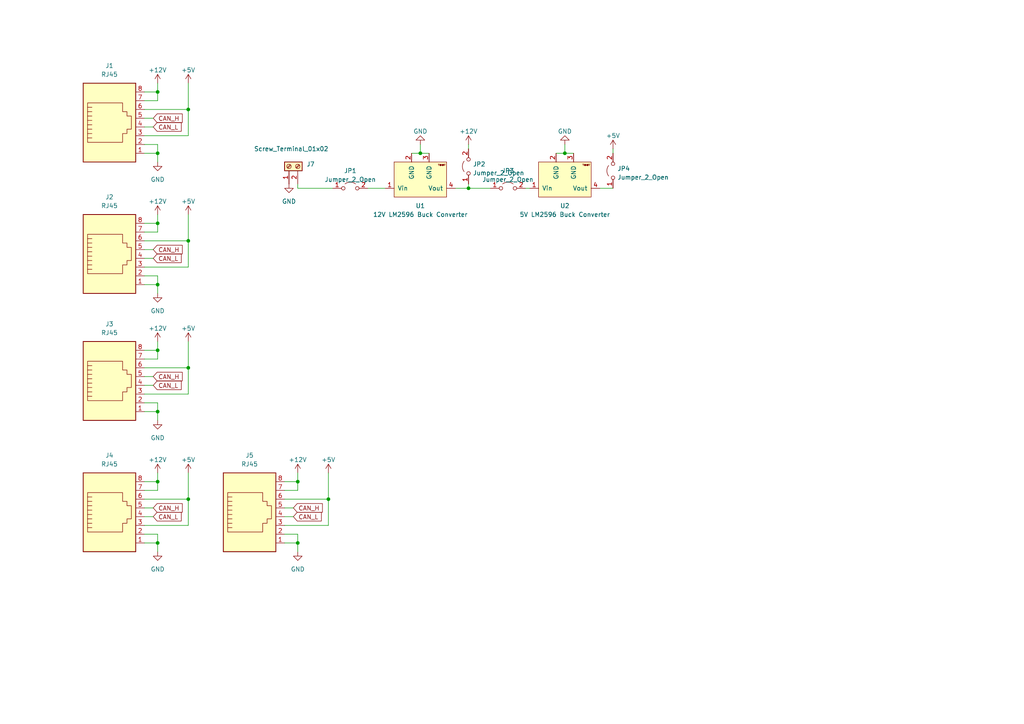
<source format=kicad_sch>
(kicad_sch (version 20230121) (generator eeschema)
  (paper "A4")
  (lib_symbols
    (symbol "Connector:RJ45" (pin_names (offset 1.016))
      (property "Reference" "J" (at -5.08 13.97 0))
      (property "Value" "RJ45" (at 2.54 13.97 0))
      (symbol "RJ45_0_1"
        (polyline (pts (xy -5.08 4.445) (xy -6.35 4.445)))
        (polyline (pts (xy -5.08 5.715) (xy -6.35 5.715)))
        (polyline (pts (xy -6.35 -3.175) (xy -5.08 -3.175) (xy -5.08 -3.175)))
        (polyline (pts (xy -6.35 -1.905) (xy -5.08 -1.905) (xy -5.08 -1.905)))
        (polyline (pts (xy -6.35 -0.635) (xy -5.08 -0.635) (xy -5.08 -0.635)))
        (polyline (pts (xy -6.35 0.635) (xy -5.08 0.635) (xy -5.08 0.635)))
        (polyline (pts (xy -6.35 1.905) (xy -5.08 1.905) (xy -5.08 1.905)))
        (polyline (pts (xy -5.08 3.175) (xy -6.35 3.175) (xy -6.35 3.175)))
        (polyline (pts (xy -6.35 -4.445) (xy -6.35 6.985) (xy 3.81 6.985) (xy 3.81 4.445) (xy 5.08 4.445) (xy 5.08 3.175) (xy 6.35 3.175) (xy 6.35 -0.635) (xy 5.08 -0.635) (xy 5.08 -1.905) (xy 3.81 -1.905) (xy 3.81 -4.445) (xy -6.35 -4.445) (xy -6.35 -4.445)))
        (rectangle (start 7.62 12.7) (end -7.62 -10.16) (stroke (width 0.254)) (fill (type background)))
      )
      (symbol "RJ45_1_1"
        (pin passive line (at 10.16 -7.62 180) (length 2.54) (name "~") (number "1"))
        (pin passive line (at 10.16 -5.08 180) (length 2.54) (name "~") (number "2"))
        (pin passive line (at 10.16 -2.54 180) (length 2.54) (name "~") (number "3"))
        (pin passive line (at 10.16 0 180) (length 2.54) (name "~") (number "4"))
        (pin passive line (at 10.16 2.54 180) (length 2.54) (name "~") (number "5"))
        (pin passive line (at 10.16 5.08 180) (length 2.54) (name "~") (number "6"))
        (pin passive line (at 10.16 7.62 180) (length 2.54) (name "~") (number "7"))
        (pin passive line (at 10.16 10.16 180) (length 2.54) (name "~") (number "8"))
      )
    )
    (symbol "Connector:Screw_Terminal_01x02" (pin_names (offset 1.016) hide)
      (property "Reference" "J" (at 0 2.54 0))
      (property "Value" "Screw_Terminal_01x02" (at 0 -5.08 0))
      (symbol "Screw_Terminal_01x02_1_1"
        (rectangle (start -1.27 1.27) (end 1.27 -3.81) (stroke (width 0.254)) (fill (type background)))
        (circle (center 0 -2.54) (radius 0.635) (stroke (width 0.1524)))
        (polyline (pts (xy -0.5334 -2.2098) (xy 0.3302 -3.048)) (stroke (width 0.1524)))
        (polyline (pts (xy -0.5334 0.3302) (xy 0.3302 -0.508)) (stroke (width 0.1524)))
        (polyline (pts (xy -0.3556 -2.032) (xy 0.508 -2.8702)) (stroke (width 0.1524)))
        (polyline (pts (xy -0.3556 0.508) (xy 0.508 -0.3302)) (stroke (width 0.1524)))
        (circle (center 0 0) (radius 0.635) (stroke (width 0.1524)))
        (pin passive line (at -5.08 0 0) (length 3.81) (name "Pin_1") (number "1"))
        (pin passive line (at -5.08 -2.54 0) (length 3.81) (name "Pin_2") (number "2"))
      )
    )
    (symbol "GND_1" (power) (pin_names (offset 0))
      (property "Value" "GND_1" (at 0 -3.81 0))
      (symbol "GND_1_0_1"
        (polyline (pts (xy 0 0) (xy 0 -1.27) (xy 1.27 -1.27) (xy 0 -2.54) (xy -1.27 -1.27) (xy 0 -1.27)))
      )
      (symbol "GND_1_1_1"
        (pin power_in line (at 0 0 270) (length 0) hide (name "GND") (number "1"))
      )
    )
    (symbol "Jumper:Jumper_2_Open" (pin_names (offset 0) hide)
      (property "Reference" "JP" (at 0 2.794 0))
      (property "Value" "Jumper_2_Open" (at 0 -2.286 0))
      (symbol "Jumper_2_Open_0_0"
        (circle (center -2.032 0) (radius 0.508))
        (circle (center 2.032 0) (radius 0.508))
      )
      (symbol "Jumper_2_Open_0_1"
        (arc (start 1.524 1.27) (mid 0 1.778) (end -1.524 1.27))
      )
      (symbol "Jumper_2_Open_1_1"
        (pin passive line (at -5.08 0 0) (length 2.54) (name "A") (number "1"))
        (pin passive line (at 5.08 0 180) (length 2.54) (name "B") (number "2"))
      )
    )
    (symbol "RaceTrackr:LM2596 Buck Converter" (pin_names (offset 1.016))
      (property "Reference" "U" (at -5.08 6.35 0))
      (property "Value" "LM2596 Buck Converter" (at 0 11.43 0))
      (symbol "LM2596 Buck Converter_0_1"
        (rectangle (start -7.62 5.08) (end 7.62 -5.08) (fill (type background)))
      )
      (symbol "LM2596 Buck Converter_1_1"
        (text "Y@@V" (at 6.1976 -4.2672 0) (effects (font (size 0.508 0.508))))
        (pin power_in line (at -10.16 2.54 0) (length 2.54) (name "Vin") (number "1"))
        (pin power_in line (at -2.54 -7.62 90) (length 2.54) (name "GND") (number "2"))
        (pin power_in line (at 2.54 -7.62 90) (length 2.54) (name "GND") (number "3"))
        (pin power_out line (at 10.16 2.54 180) (length 2.54) (name "Vout") (number "4"))
      )
    )
    (symbol "power:+12V" (power) (pin_names (offset 0))
      (property "Value" "+12V" (at 0 3.556 0))
      (symbol "+12V_0_1"
        (polyline (pts (xy -0.762 1.27) (xy 0 2.54)))
        (polyline (pts (xy 0 0) (xy 0 2.54)))
        (polyline (pts (xy 0 2.54) (xy 0.762 1.27)))
      )
      (symbol "+12V_1_1"
        (pin power_in line (at 0 0 90) (length 0) hide (name "+12V") (number "1"))
      )
    )
    (symbol "power:+5V" (power) (pin_names (offset 0))
      (property "Value" "+5V" (at 0 3.556 0))
      (symbol "+5V_0_1"
        (polyline (pts (xy -0.762 1.27) (xy 0 2.54)))
        (polyline (pts (xy 0 0) (xy 0 2.54)))
        (polyline (pts (xy 0 2.54) (xy 0.762 1.27)))
      )
      (symbol "+5V_1_1"
        (pin power_in line (at 0 0 90) (length 0) hide (name "+5V") (number "1"))
      )
    )
    (symbol "power:GND" (power) (pin_names (offset 0))
      (property "Value" "GND" (at 0 -3.81 0))
      (symbol "GND_0_1"
        (polyline (pts (xy 0 0) (xy 0 -1.27) (xy 1.27 -1.27) (xy 0 -2.54) (xy -1.27 -1.27) (xy 0 -1.27)))
      )
      (symbol "GND_1_1"
        (pin power_in line (at 0 0 270) (length 0) hide (name "GND") (number "1"))
      )
    )
  )
  (junction (at 54.61 106.68))
  (junction (at 45.72 64.77))
  (junction (at 54.61 31.75))
  (junction (at 95.25 144.78))
  (junction (at 45.72 44.45))
  (junction (at 45.72 157.48))
  (junction (at 121.92 44.45))
  (junction (at 45.72 101.6))
  (junction (at 86.36 139.7))
  (junction (at 54.61 69.85))
  (junction (at 45.72 139.7))
  (junction (at 163.83 44.45))
  (junction (at 54.61 144.78))
  (junction (at 86.36 157.48))
  (junction (at 45.72 119.38))
  (junction (at 135.89 54.61))
  (junction (at 45.72 26.67))
  (junction (at 45.72 82.55))
  (wire (pts (xy 82.55 154.94) (xy 86.36 154.94)))
  (wire (pts (xy 86.36 154.94) (xy 86.36 157.48)))
  (wire (pts (xy 132.08 54.61) (xy 135.89 54.61)))
  (wire (pts (xy 54.61 31.75) (xy 54.61 24.13)))
  (wire (pts (xy 45.72 44.45) (xy 45.72 46.99)))
  (wire (pts (xy 45.72 139.7) (xy 45.72 142.24)))
  (wire (pts (xy 41.91 74.93) (xy 44.45 74.93)))
  (wire (pts (xy 54.61 77.47) (xy 54.61 69.85)))
  (wire (pts (xy 82.55 142.24) (xy 86.36 142.24)))
  (wire (pts (xy 41.91 39.37) (xy 54.61 39.37)))
  (wire (pts (xy 41.91 104.14) (xy 45.72 104.14)))
  (wire (pts (xy 45.72 80.01) (xy 45.72 82.55)))
  (wire (pts (xy 152.4 54.61) (xy 153.67 54.61)))
  (wire (pts (xy 45.72 82.55) (xy 45.72 85.09)))
  (wire (pts (xy 41.91 111.76) (xy 44.45 111.76)))
  (wire (pts (xy 41.91 72.39) (xy 44.45 72.39)))
  (wire (pts (xy 41.91 64.77) (xy 45.72 64.77)))
  (wire (pts (xy 45.72 62.23) (xy 45.72 64.77)))
  (wire (pts (xy 121.92 41.91) (xy 121.92 44.45)))
  (wire (pts (xy 54.61 114.3) (xy 54.61 106.68)))
  (wire (pts (xy 86.36 139.7) (xy 86.36 142.24)))
  (wire (pts (xy 177.8 43.18) (xy 177.8 44.45)))
  (wire (pts (xy 111.76 54.61) (xy 106.68 54.61)))
  (wire (pts (xy 82.55 147.32) (xy 85.09 147.32)))
  (wire (pts (xy 54.61 152.4) (xy 54.61 144.78)))
  (wire (pts (xy 135.89 41.91) (xy 135.89 43.18)))
  (wire (pts (xy 82.55 139.7) (xy 86.36 139.7)))
  (wire (pts (xy 41.91 157.48) (xy 45.72 157.48)))
  (wire (pts (xy 45.72 116.84) (xy 45.72 119.38)))
  (wire (pts (xy 54.61 39.37) (xy 54.61 31.75)))
  (wire (pts (xy 163.83 44.45) (xy 166.37 44.45)))
  (wire (pts (xy 82.55 149.86) (xy 85.09 149.86)))
  (wire (pts (xy 41.91 144.78) (xy 54.61 144.78)))
  (wire (pts (xy 45.72 24.13) (xy 45.72 26.67)))
  (wire (pts (xy 45.72 119.38) (xy 45.72 121.92)))
  (wire (pts (xy 54.61 144.78) (xy 54.61 137.16)))
  (wire (pts (xy 41.91 101.6) (xy 45.72 101.6)))
  (wire (pts (xy 161.29 44.45) (xy 163.83 44.45)))
  (wire (pts (xy 41.91 114.3) (xy 54.61 114.3)))
  (wire (pts (xy 41.91 82.55) (xy 45.72 82.55)))
  (wire (pts (xy 41.91 77.47) (xy 54.61 77.47)))
  (wire (pts (xy 54.61 106.68) (xy 54.61 99.06)))
  (wire (pts (xy 45.72 99.06) (xy 45.72 101.6)))
  (wire (pts (xy 41.91 26.67) (xy 45.72 26.67)))
  (wire (pts (xy 41.91 41.91) (xy 45.72 41.91)))
  (wire (pts (xy 173.99 54.61) (xy 177.8 54.61)))
  (wire (pts (xy 45.72 101.6) (xy 45.72 104.14)))
  (wire (pts (xy 41.91 147.32) (xy 44.45 147.32)))
  (wire (pts (xy 95.25 144.78) (xy 95.25 137.16)))
  (wire (pts (xy 41.91 44.45) (xy 45.72 44.45)))
  (wire (pts (xy 41.91 67.31) (xy 45.72 67.31)))
  (wire (pts (xy 41.91 139.7) (xy 45.72 139.7)))
  (wire (pts (xy 82.55 157.48) (xy 86.36 157.48)))
  (wire (pts (xy 41.91 36.83) (xy 44.45 36.83)))
  (wire (pts (xy 135.89 53.34) (xy 135.89 54.61)))
  (wire (pts (xy 41.91 152.4) (xy 54.61 152.4)))
  (wire (pts (xy 41.91 106.68) (xy 54.61 106.68)))
  (wire (pts (xy 54.61 69.85) (xy 54.61 62.23)))
  (wire (pts (xy 41.91 31.75) (xy 54.61 31.75)))
  (wire (pts (xy 86.36 53.34) (xy 86.36 54.61)))
  (wire (pts (xy 45.72 154.94) (xy 45.72 157.48)))
  (wire (pts (xy 41.91 119.38) (xy 45.72 119.38)))
  (wire (pts (xy 41.91 116.84) (xy 45.72 116.84)))
  (wire (pts (xy 45.72 64.77) (xy 45.72 67.31)))
  (wire (pts (xy 95.25 152.4) (xy 95.25 144.78)))
  (wire (pts (xy 45.72 137.16) (xy 45.72 139.7)))
  (wire (pts (xy 41.91 109.22) (xy 44.45 109.22)))
  (wire (pts (xy 119.38 44.45) (xy 121.92 44.45)))
  (wire (pts (xy 41.91 80.01) (xy 45.72 80.01)))
  (wire (pts (xy 45.72 26.67) (xy 45.72 29.21)))
  (wire (pts (xy 45.72 157.48) (xy 45.72 160.02)))
  (wire (pts (xy 86.36 137.16) (xy 86.36 139.7)))
  (wire (pts (xy 41.91 142.24) (xy 45.72 142.24)))
  (wire (pts (xy 86.36 157.48) (xy 86.36 160.02)))
  (wire (pts (xy 82.55 144.78) (xy 95.25 144.78)))
  (wire (pts (xy 163.83 41.91) (xy 163.83 44.45)))
  (wire (pts (xy 41.91 29.21) (xy 45.72 29.21)))
  (wire (pts (xy 41.91 69.85) (xy 54.61 69.85)))
  (wire (pts (xy 121.92 44.45) (xy 124.46 44.45)))
  (wire (pts (xy 45.72 41.91) (xy 45.72 44.45)))
  (wire (pts (xy 86.36 54.61) (xy 96.52 54.61)))
  (wire (pts (xy 41.91 154.94) (xy 45.72 154.94)))
  (wire (pts (xy 41.91 149.86) (xy 44.45 149.86)))
  (wire (pts (xy 41.91 34.29) (xy 44.45 34.29)))
  (wire (pts (xy 82.55 152.4) (xy 95.25 152.4)))
  (wire (pts (xy 135.89 54.61) (xy 142.24 54.61)))
  (global_label "CAN_H" (shape input) (at 44.45 34.29 0) (property "Intersheetrefs" "${INTERSHEET_REFS}" (effects hide)))
  (global_label "CAN_H" (shape input) (at 85.09 147.32 0) (property "Intersheetrefs" "${INTERSHEET_REFS}" (effects hide)))
  (global_label "CAN_H" (shape input) (at 44.45 147.32 0) (property "Intersheetrefs" "${INTERSHEET_REFS}" (effects hide)))
  (global_label "CAN_L" (shape input) (at 85.09 149.86 0) (property "Intersheetrefs" "${INTERSHEET_REFS}" (effects hide)))
  (global_label "CAN_L" (shape input) (at 44.45 149.86 0) (property "Intersheetrefs" "${INTERSHEET_REFS}" (effects hide)))
  (global_label "CAN_H" (shape input) (at 44.45 109.22 0) (property "Intersheetrefs" "${INTERSHEET_REFS}" (effects hide)))
  (global_label "CAN_L" (shape input) (at 44.45 74.93 0) (property "Intersheetrefs" "${INTERSHEET_REFS}" (effects hide)))
  (global_label "CAN_L" (shape input) (at 44.45 36.83 0) (property "Intersheetrefs" "${INTERSHEET_REFS}" (effects hide)))
  (global_label "CAN_L" (shape input) (at 44.45 111.76 0) (property "Intersheetrefs" "${INTERSHEET_REFS}" (effects hide)))
  (global_label "CAN_H" (shape input) (at 44.45 72.39 0) (property "Intersheetrefs" "${INTERSHEET_REFS}" (effects hide)))
  (symbol (lib_id "power:+12V") (at 45.72 24.13 0) (unit 1)
    (property "Reference" "#PWR01" (effects hide))
    (property "Value" "+12V" (at 45.72 20.32 0))
  )
  (symbol (lib_id "Jumper:Jumper_2_Open") (at 147.32 54.61 0) (unit 1)
    (property "Reference" "JP3" (at 147.32 49.53 0))
    (property "Value" "Jumper_2_Open" (at 147.32 52.07 0))
    (property "Footprint" "Connector_PinHeader_2.54mm:PinHeader_1x02_P2.54mm_Vertical" (effects hide))
  )
  (symbol (lib_id "Jumper:Jumper_2_Open") (at 177.8 49.53 90) (unit 1)
    (property "Reference" "JP4" (at 179.07 48.895 90) (effects (justify right)))
    (property "Value" "Jumper_2_Open" (at 179.07 51.435 90) (effects (justify right)))
    (property "Footprint" "Connector_PinHeader_2.54mm:PinHeader_1x02_P2.54mm_Vertical" (effects hide))
  )
  (symbol (lib_id "Connector:RJ45") (at 31.75 36.83 0) (unit 1) (in_bom no)
    (property "Reference" "J1" (at 31.75 19.05 0))
    (property "Value" "RJ45" (at 31.75 21.59 0))
    (property "Footprint" "Connector_RJ:RJ45_Ninigi_GE" (effects hide))
  )
  (symbol (lib_id "power:GND") (at 45.72 46.99 0) (unit 1)
    (property "Reference" "#PWR02" (effects hide))
    (property "Value" "GND" (at 45.72 52.07 0))
  )
  (symbol (lib_id "power:+5V") (at 54.61 137.16 0) (unit 1)
    (property "Reference" "#PWR011" (effects hide))
    (property "Value" "+5V" (at 54.61 133.35 0))
  )
  (symbol (lib_name "GND_1") (lib_id "power:GND") (at 121.92 41.91 180) (unit 1)
    (property "Reference" "#PWR014" (effects hide))
    (property "Value" "GND" (at 121.92 38.1 0))
  )
  (symbol (lib_id "Connector:RJ45") (at 31.75 111.76 0) (unit 1) (in_bom no)
    (property "Reference" "J3" (at 31.75 93.98 0))
    (property "Value" "RJ45" (at 31.75 96.52 0))
    (property "Footprint" "Connector_RJ:RJ45_Ninigi_GE" (effects hide))
  )
  (symbol (lib_id "power:+12V") (at 135.89 41.91 0) (unit 1)
    (property "Reference" "#PWR015" (effects hide))
    (property "Value" "+12V" (at 135.89 38.1 0))
  )
  (symbol (lib_id "power:GND") (at 45.72 160.02 0) (unit 1)
    (property "Reference" "#PWR010" (effects hide))
    (property "Value" "GND" (at 45.72 165.1 0))
  )
  (symbol (lib_id "power:+12V") (at 45.72 99.06 0) (unit 1)
    (property "Reference" "#PWR06" (effects hide))
    (property "Value" "+12V" (at 45.72 95.25 0))
  )
  (symbol (lib_id "power:GND") (at 86.36 160.02 0) (unit 1)
    (property "Reference" "#PWR019" (effects hide))
    (property "Value" "GND" (at 86.36 165.1 0))
  )
  (symbol (lib_id "power:GND") (at 45.72 121.92 0) (unit 1)
    (property "Reference" "#PWR07" (effects hide))
    (property "Value" "GND" (at 45.72 127 0))
  )
  (symbol (lib_id "power:+12V") (at 45.72 62.23 0) (unit 1)
    (property "Reference" "#PWR03" (effects hide))
    (property "Value" "+12V" (at 45.72 58.42 0))
  )
  (symbol (lib_id "Connector:RJ45") (at 31.75 149.86 0) (unit 1) (in_bom no)
    (property "Reference" "J4" (at 31.75 132.08 0))
    (property "Value" "RJ45" (at 31.75 134.62 0))
    (property "Footprint" "Connector_RJ:RJ45_Ninigi_GE" (effects hide))
  )
  (symbol (lib_id "Connector:RJ45") (at 72.39 149.86 0) (unit 1) (in_bom no)
    (property "Reference" "J5" (at 72.39 132.08 0))
    (property "Value" "RJ45" (at 72.39 134.62 0))
    (property "Footprint" "Connector_RJ:RJ45_Ninigi_GE" (effects hide))
  )
  (symbol (lib_id "power:+5V") (at 54.61 99.06 0) (unit 1)
    (property "Reference" "#PWR08" (effects hide))
    (property "Value" "+5V" (at 54.61 95.25 0))
  )
  (symbol (lib_name "GND_1") (lib_id "power:GND") (at 163.83 41.91 180) (unit 1)
    (property "Reference" "#PWR016" (effects hide))
    (property "Value" "GND" (at 163.83 38.1 0))
  )
  (symbol (lib_id "power:+12V") (at 86.36 137.16 0) (unit 1)
    (property "Reference" "#PWR012" (effects hide))
    (property "Value" "+12V" (at 86.36 133.35 0))
  )
  (symbol (lib_id "RaceTrackr:LM2596 Buck Converter") (at 121.92 52.07 0) (mirror x) (unit 1)
    (property "Reference" "U1" (at 121.92 59.69 0))
    (property "Value" "12V LM2596 Buck Converter" (at 121.92 62.23 0))
    (property "Footprint" "RaceTrackr:LM2596 Buck Converter" (effects hide))
  )
  (symbol (lib_id "power:GND") (at 83.82 53.34 0) (unit 1)
    (property "Reference" "#PWR013" (effects hide))
    (property "Value" "GND" (at 83.82 58.42 0))
  )
  (symbol (lib_id "Jumper:Jumper_2_Open") (at 135.89 48.26 90) (unit 1)
    (property "Reference" "JP2" (at 137.16 47.625 90) (effects (justify right)))
    (property "Value" "Jumper_2_Open" (at 137.16 50.165 90) (effects (justify right)))
    (property "Footprint" "Connector_PinHeader_2.54mm:PinHeader_1x02_P2.54mm_Vertical" (effects hide))
  )
  (symbol (lib_id "power:GND") (at 45.72 85.09 0) (unit 1)
    (property "Reference" "#PWR04" (effects hide))
    (property "Value" "GND" (at 45.72 90.17 0))
  )
  (symbol (lib_id "power:+12V") (at 45.72 137.16 0) (unit 1)
    (property "Reference" "#PWR09" (effects hide))
    (property "Value" "+12V" (at 45.72 133.35 0))
  )
  (symbol (lib_id "Jumper:Jumper_2_Open") (at 101.6 54.61 0) (unit 1)
    (property "Reference" "JP1" (at 101.6 49.53 0))
    (property "Value" "Jumper_2_Open" (at 101.6 52.07 0))
    (property "Footprint" "Connector_PinHeader_2.54mm:PinHeader_1x02_P2.54mm_Vertical" (effects hide))
  )
  (symbol (lib_id "power:+5V") (at 95.25 137.16 0) (unit 1)
    (property "Reference" "#PWR020" (effects hide))
    (property "Value" "+5V" (at 95.25 133.35 0))
  )
  (symbol (lib_id "Connector:Screw_Terminal_01x02") (at 83.82 48.26 90) (unit 1)
    (property "Reference" "J7" (at 88.9 47.625 90) (effects (justify right)))
    (property "Value" "Screw_Terminal_01x02" (at 73.66 43.18 90) (effects (justify right)))
    (property "Footprint" "TerminalBlock:TerminalBlock_bornier-2_P5.08mm" (effects hide))
  )
  (symbol (lib_id "power:+5V") (at 177.8 43.18 0) (unit 1)
    (property "Reference" "#PWR017" (effects hide))
    (property "Value" "+5V" (at 177.8 39.37 0))
  )
  (symbol (lib_id "Connector:RJ45") (at 31.75 74.93 0) (unit 1) (in_bom no)
    (property "Reference" "J2" (at 31.75 57.15 0))
    (property "Value" "RJ45" (at 31.75 59.69 0))
    (property "Footprint" "Connector_RJ:RJ45_Ninigi_GE" (effects hide))
  )
  (symbol (lib_id "power:+5V") (at 54.61 62.23 0) (unit 1)
    (property "Reference" "#PWR05" (effects hide))
    (property "Value" "+5V" (at 54.61 58.42 0))
  )
  (symbol (lib_id "RaceTrackr:LM2596 Buck Converter") (at 163.83 52.07 0) (mirror x) (unit 1)
    (property "Reference" "U2" (at 163.83 59.69 0))
    (property "Value" "5V LM2596 Buck Converter" (at 163.83 62.23 0))
    (property "Footprint" "RaceTrackr:LM2596 Buck Converter" (effects hide))
  )
  (symbol (lib_id "power:+5V") (at 54.61 24.13 0) (unit 1)
    (property "Reference" "#PWR018" (effects hide))
    (property "Value" "+5V" (at 54.61 20.32 0))
  )
)
</source>
